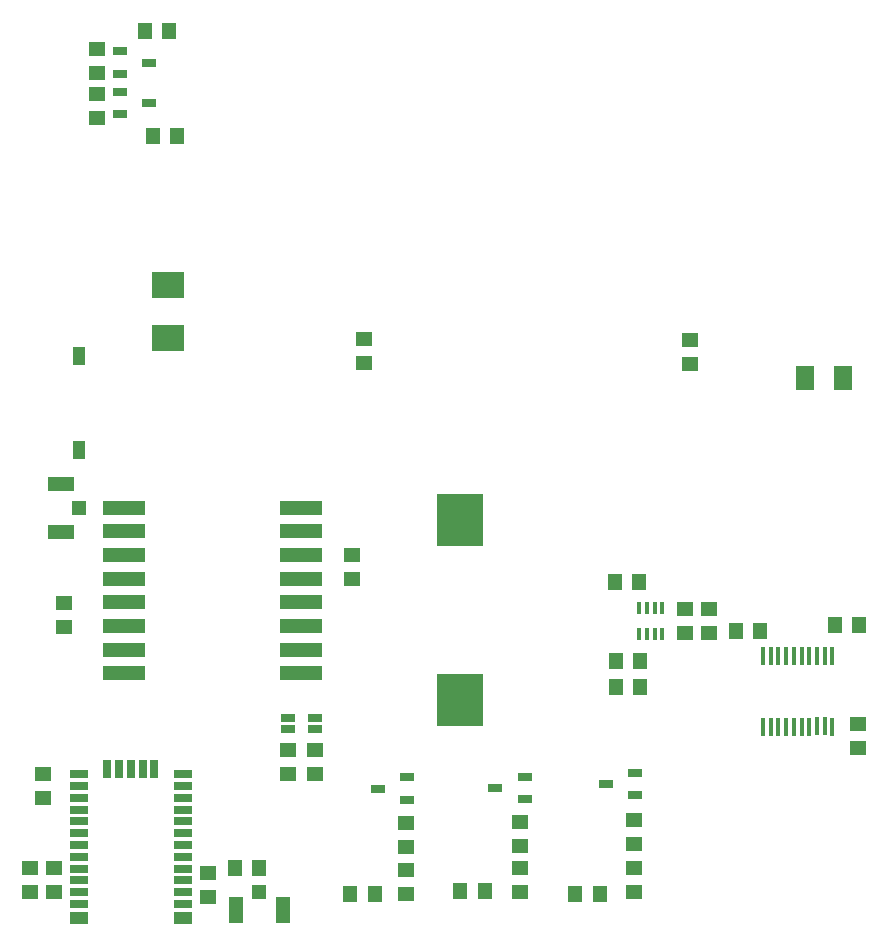
<source format=gtp>
G04 Layer: TopPasteMaskLayer*
G04 EasyEDA v6.2.46, 2019-11-12T10:27:12+01:00*
G04 201d7097f1e54f75af69d8895503a090,f684c74a6e3d460ab4b866ead519826c,10*
G04 Gerber Generator version 0.2*
G04 Scale: 100 percent, Rotated: No, Reflected: No *
G04 Dimensions in inches *
G04 leading zeros omitted , absolute positions ,2 integer and 4 decimal *
%FSLAX24Y24*%
%MOIN*%
G90*
G70D02*

%ADD19R,0.141700X0.047200*%
%ADD20R,0.059055X0.039370*%
%ADD21R,0.027559X0.059055*%
%ADD22R,0.059055X0.027559*%
%ADD23R,0.057870X0.045670*%
%ADD24R,0.057087X0.045670*%
%ADD25R,0.047240X0.086614*%
%ADD26R,0.051181X0.051181*%
%ADD27R,0.045670X0.057087*%
%ADD28R,0.157480X0.177165*%
%ADD29R,0.086614X0.047240*%
%ADD30R,0.050000X0.025000*%
%ADD31R,0.049213X0.027559*%
%ADD32R,0.108000X0.085000*%
%ADD33R,0.039370X0.059055*%
%ADD34R,0.015748X0.041732*%
%ADD35R,0.015748X0.058800*%
%ADD36R,0.063000X0.078740*%
%ADD37R,0.051200X0.055100*%

%LPD*%
G54D19*
G01X9600Y8630D03*
G01X9600Y9420D03*
G01X3700Y8630D03*
G01X9600Y10209D03*
G01X9600Y11000D03*
G01X9600Y11780D03*
G01X9600Y12570D03*
G01X9600Y13359D03*
G01X9600Y14150D03*
G01X3700Y9420D03*
G01X3700Y10209D03*
G01X3700Y11000D03*
G01X3700Y11780D03*
G01X3700Y12570D03*
G01X3700Y13359D03*
G01X3700Y14150D03*
G54D20*
G01X2185Y490D03*
G54D21*
G01X3917Y5430D03*
G01X4705Y5430D03*
G01X4311Y5430D03*
G01X3523Y5430D03*
G01X3130Y5430D03*
G54D22*
G01X2185Y942D03*
G01X2185Y1336D03*
G01X2185Y1730D03*
G01X2185Y2123D03*
G01X2185Y2517D03*
G01X2185Y2911D03*
G01X2185Y3305D03*
G01X2185Y3698D03*
G01X2185Y4092D03*
G01X2185Y4486D03*
G01X2185Y4879D03*
G01X2185Y5273D03*
G54D20*
G01X5650Y490D03*
G54D22*
G01X5650Y942D03*
G01X5650Y1336D03*
G01X5650Y1730D03*
G01X5650Y2123D03*
G01X5650Y2517D03*
G01X5650Y2911D03*
G01X5650Y3305D03*
G01X5650Y3698D03*
G01X5650Y4092D03*
G01X5650Y4486D03*
G01X5650Y4879D03*
G01X5650Y5273D03*
G54D23*
G01X9150Y5289D03*
G01X9150Y6089D03*
G01X10050Y5289D03*
G01X10050Y6089D03*
G54D24*
G01X550Y2140D03*
G01X550Y1340D03*
G01X1350Y2140D03*
G01X1350Y1340D03*
G54D25*
G01X8986Y740D03*
G54D26*
G01X8200Y1350D03*
G54D25*
G01X7411Y740D03*
G54D27*
G01X7400Y2140D03*
G01X8200Y2140D03*
G54D24*
G01X6500Y1990D03*
G01X6500Y1190D03*
G01X1000Y5290D03*
G01X1000Y4490D03*
G54D28*
G01X14900Y7740D03*
G01X14900Y13740D03*
G54D29*
G01X1600Y13353D03*
G54D26*
G01X2210Y14140D03*
G54D29*
G01X1600Y14928D03*
G54D24*
G01X1700Y10990D03*
G01X1700Y10190D03*
G01X11300Y11790D03*
G01X11300Y12590D03*
G54D30*
G01X10050Y7140D03*
G01X10050Y6780D03*
G01X9150Y7140D03*
G01X9150Y6780D03*
G54D27*
G01X4650Y26540D03*
G01X5450Y26540D03*
G54D31*
G01X4542Y27640D03*
G01X3557Y27266D03*
G01X3557Y28013D03*
G54D24*
G01X2800Y27140D03*
G01X2800Y27940D03*
G01X2800Y28640D03*
G01X2800Y29440D03*
G54D27*
G01X4400Y30040D03*
G01X5200Y30040D03*
G54D31*
G01X4542Y28990D03*
G01X3557Y28616D03*
G01X3557Y29363D03*
G54D32*
G01X5150Y21559D03*
G01X5150Y19820D03*
G54D24*
G01X22550Y18940D03*
G01X22550Y19740D03*
G01X11700Y18990D03*
G01X11700Y19790D03*
G54D33*
G01X2200Y16065D03*
G01X2200Y19214D03*
G54D34*
G01X21635Y10823D03*
G01X21380Y10823D03*
G01X21120Y10823D03*
G01X20864Y10823D03*
G01X20864Y9956D03*
G01X21120Y9956D03*
G01X21380Y9956D03*
G01X21635Y9956D03*
G54D27*
G01X20850Y11690D03*
G01X20050Y11690D03*
G01X20900Y9040D03*
G01X20100Y9040D03*
G01X20900Y8190D03*
G01X20100Y8190D03*
G54D24*
G01X22400Y9990D03*
G01X22400Y10790D03*
G01X23200Y9990D03*
G01X23200Y10790D03*
G54D35*
G01X26277Y9221D03*
G01X26022Y9221D03*
G01X25766Y9221D03*
G01X25510Y9221D03*
G01X27045Y6860D03*
G01X27045Y9221D03*
G01X26789Y9221D03*
G01X26533Y9221D03*
G01X25254Y6858D03*
G01X25510Y6858D03*
G01X25766Y6858D03*
G01X26022Y6858D03*
G01X26277Y6858D03*
G01X26533Y6858D03*
G01X25254Y9221D03*
G01X26789Y6860D03*
G01X27301Y9221D03*
G01X24998Y9221D03*
G01X24998Y6858D03*
G01X27301Y6858D03*
G54D24*
G01X28150Y6140D03*
G01X28150Y6940D03*
G54D27*
G01X27400Y10240D03*
G01X28200Y10240D03*
G01X24900Y10040D03*
G01X24100Y10040D03*
G54D36*
G01X27659Y18490D03*
G01X26400Y18490D03*
G54D31*
G01X12157Y4790D03*
G01X13142Y5163D03*
G01X13142Y4416D03*
G01X16066Y4814D03*
G01X17050Y5188D03*
G01X17050Y4440D03*
G01X19757Y4940D03*
G01X20742Y5313D03*
G01X20742Y4566D03*
G54D37*
G01X12063Y1290D03*
G01X11236Y1290D03*
G01X15727Y1390D03*
G01X14900Y1390D03*
G54D23*
G01X13100Y1289D03*
G01X13100Y2089D03*
G54D24*
G01X13100Y3640D03*
G01X13100Y2840D03*
G54D23*
G01X16900Y1340D03*
G01X16900Y2140D03*
G54D24*
G01X16900Y3690D03*
G01X16900Y2890D03*
G54D23*
G01X20700Y1339D03*
G01X20700Y2139D03*
G54D37*
G01X19563Y1290D03*
G01X18736Y1290D03*
G54D24*
G01X20700Y2940D03*
G01X20700Y3740D03*
M00*
M02*

</source>
